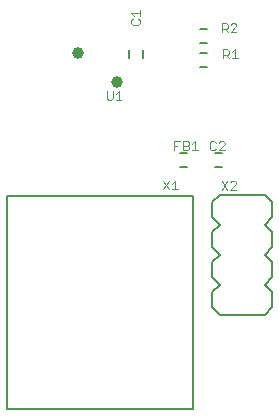
<source format=gbr>
G04 EAGLE Gerber RS-274X export*
G75*
%MOMM*%
%FSLAX34Y34*%
%LPD*%
%INSilkscreen Top*%
%IPPOS*%
%AMOC8*
5,1,8,0,0,1.08239X$1,22.5*%
G01*
%ADD10C,0.152400*%
%ADD11C,0.076200*%
%ADD12C,1.000000*%
%ADD13C,0.127000*%


D10*
X124000Y267000D02*
X124000Y273000D01*
X136000Y273000D02*
X136000Y267000D01*
D11*
X125992Y298447D02*
X127220Y299676D01*
X125992Y298447D02*
X125992Y295990D01*
X127220Y294761D01*
X132135Y294761D01*
X133364Y295990D01*
X133364Y298447D01*
X132135Y299676D01*
X128449Y302245D02*
X125992Y304703D01*
X133364Y304703D01*
X133364Y307160D02*
X133364Y302245D01*
D10*
X197000Y186000D02*
X203000Y186000D01*
X203000Y174000D02*
X197000Y174000D01*
D11*
X197676Y194780D02*
X196447Y196008D01*
X193990Y196008D01*
X192761Y194780D01*
X192761Y189865D01*
X193990Y188636D01*
X196447Y188636D01*
X197676Y189865D01*
X200245Y188636D02*
X205160Y188636D01*
X200245Y188636D02*
X205160Y193551D01*
X205160Y194780D01*
X203931Y196008D01*
X201474Y196008D01*
X200245Y194780D01*
D10*
X173000Y186000D02*
X167000Y186000D01*
X167000Y174000D02*
X173000Y174000D01*
D11*
X162761Y188636D02*
X162761Y196008D01*
X167676Y196008D01*
X165218Y192322D02*
X162761Y192322D01*
X170245Y188636D02*
X170245Y196008D01*
X173931Y196008D01*
X175160Y194780D01*
X175160Y193551D01*
X173931Y192322D01*
X175160Y191093D01*
X175160Y189865D01*
X173931Y188636D01*
X170245Y188636D01*
X170245Y192322D02*
X173931Y192322D01*
X177729Y193551D02*
X180187Y196008D01*
X180187Y188636D01*
X182644Y188636D02*
X177729Y188636D01*
D10*
X184000Y271000D02*
X190000Y271000D01*
X190000Y259000D02*
X184000Y259000D01*
D11*
X203761Y266636D02*
X203761Y274008D01*
X207447Y274008D01*
X208676Y272780D01*
X208676Y270322D01*
X207447Y269093D01*
X203761Y269093D01*
X206218Y269093D02*
X208676Y266636D01*
X211245Y271551D02*
X213703Y274008D01*
X213703Y266636D01*
X216160Y266636D02*
X211245Y266636D01*
D10*
X190000Y291000D02*
X184000Y291000D01*
X184000Y279000D02*
X190000Y279000D01*
D11*
X202761Y288636D02*
X202761Y296008D01*
X206447Y296008D01*
X207676Y294780D01*
X207676Y292322D01*
X206447Y291093D01*
X202761Y291093D01*
X205218Y291093D02*
X207676Y288636D01*
X210245Y288636D02*
X215160Y288636D01*
X210245Y288636D02*
X215160Y293551D01*
X215160Y294780D01*
X213931Y296008D01*
X211474Y296008D01*
X210245Y294780D01*
D12*
X81400Y270500D03*
X114000Y246000D03*
D11*
X105413Y238625D02*
X105413Y232482D01*
X106641Y231253D01*
X109099Y231253D01*
X110328Y232482D01*
X110328Y238625D01*
X112897Y236168D02*
X115354Y238625D01*
X115354Y231253D01*
X112897Y231253D02*
X117812Y231253D01*
D13*
X178700Y150000D02*
X178700Y-30800D01*
X178700Y150000D02*
X21300Y150000D01*
X21300Y-30800D01*
X178700Y-30800D01*
D11*
X158296Y155381D02*
X153381Y162753D01*
X158296Y162753D02*
X153381Y155381D01*
X160865Y160296D02*
X163323Y162753D01*
X163323Y155381D01*
X165780Y155381D02*
X160865Y155381D01*
D10*
X194600Y144450D02*
X200950Y150800D01*
X194600Y131750D02*
X200950Y125400D01*
X194600Y119050D01*
X194600Y106350D02*
X200950Y100000D01*
X194600Y93650D01*
X194600Y80950D02*
X200950Y74600D01*
X194600Y68250D01*
X194600Y55550D02*
X200950Y49200D01*
X200950Y150800D02*
X239050Y150800D01*
X245400Y144450D01*
X245400Y131750D01*
X239050Y125400D01*
X245400Y119050D01*
X245400Y106350D01*
X239050Y100000D01*
X245400Y93650D01*
X245400Y80950D01*
X239050Y74600D01*
X245400Y68250D01*
X245400Y55550D01*
X239050Y49200D01*
X200950Y49200D01*
X194600Y55550D02*
X194600Y68250D01*
X194600Y80950D02*
X194600Y93650D01*
X194600Y106350D02*
X194600Y119050D01*
X194600Y131750D02*
X194600Y144450D01*
D11*
X207496Y155131D02*
X202581Y162503D01*
X207496Y162503D02*
X202581Y155131D01*
X210065Y155131D02*
X214980Y155131D01*
X210065Y155131D02*
X214980Y160046D01*
X214980Y161275D01*
X213751Y162503D01*
X211294Y162503D01*
X210065Y161275D01*
M02*

</source>
